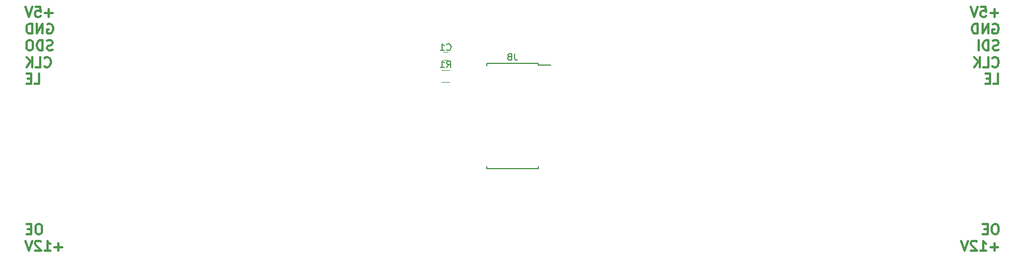
<source format=gbo>
G04 #@! TF.FileFunction,Legend,Bot*
%FSLAX46Y46*%
G04 Gerber Fmt 4.6, Leading zero omitted, Abs format (unit mm)*
G04 Created by KiCad (PCBNEW 4.0.7-e2-6376~58~ubuntu17.04.1) date Mon Nov 20 17:12:01 2017*
%MOMM*%
%LPD*%
G01*
G04 APERTURE LIST*
%ADD10C,0.100000*%
%ADD11C,0.300000*%
%ADD12C,0.150000*%
%ADD13C,0.120000*%
G04 APERTURE END LIST*
D10*
D11*
X70142856Y-75107143D02*
X68999999Y-75107143D01*
X69571428Y-75678571D02*
X69571428Y-74535714D01*
X67499999Y-75678571D02*
X68357142Y-75678571D01*
X67928570Y-75678571D02*
X67928570Y-74178571D01*
X68071427Y-74392857D01*
X68214285Y-74535714D01*
X68357142Y-74607143D01*
X66928571Y-74321429D02*
X66857142Y-74250000D01*
X66714285Y-74178571D01*
X66357142Y-74178571D01*
X66214285Y-74250000D01*
X66142856Y-74321429D01*
X66071428Y-74464286D01*
X66071428Y-74607143D01*
X66142856Y-74821429D01*
X66999999Y-75678571D01*
X66071428Y-75678571D01*
X65642857Y-74178571D02*
X65142857Y-75678571D01*
X64642857Y-74178571D01*
X66785715Y-71678571D02*
X66500001Y-71678571D01*
X66357143Y-71750000D01*
X66214286Y-71892857D01*
X66142858Y-72178571D01*
X66142858Y-72678571D01*
X66214286Y-72964286D01*
X66357143Y-73107143D01*
X66500001Y-73178571D01*
X66785715Y-73178571D01*
X66928572Y-73107143D01*
X67071429Y-72964286D01*
X67142858Y-72678571D01*
X67142858Y-72178571D01*
X67071429Y-71892857D01*
X66928572Y-71750000D01*
X66785715Y-71678571D01*
X65500000Y-72392857D02*
X65000000Y-72392857D01*
X64785714Y-73178571D02*
X65500000Y-73178571D01*
X65500000Y-71678571D01*
X64785714Y-71678571D01*
X66000000Y-50678571D02*
X66714286Y-50678571D01*
X66714286Y-49178571D01*
X65500000Y-49892857D02*
X65000000Y-49892857D01*
X64785714Y-50678571D02*
X65500000Y-50678571D01*
X65500000Y-49178571D01*
X64785714Y-49178571D01*
X67500000Y-48035714D02*
X67571429Y-48107143D01*
X67785715Y-48178571D01*
X67928572Y-48178571D01*
X68142857Y-48107143D01*
X68285715Y-47964286D01*
X68357143Y-47821429D01*
X68428572Y-47535714D01*
X68428572Y-47321429D01*
X68357143Y-47035714D01*
X68285715Y-46892857D01*
X68142857Y-46750000D01*
X67928572Y-46678571D01*
X67785715Y-46678571D01*
X67571429Y-46750000D01*
X67500000Y-46821429D01*
X66142857Y-48178571D02*
X66857143Y-48178571D01*
X66857143Y-46678571D01*
X65642857Y-48178571D02*
X65642857Y-46678571D01*
X64785714Y-48178571D02*
X65428571Y-47321429D01*
X64785714Y-46678571D02*
X65642857Y-47535714D01*
X68714286Y-45607143D02*
X68500000Y-45678571D01*
X68142857Y-45678571D01*
X68000000Y-45607143D01*
X67928571Y-45535714D01*
X67857143Y-45392857D01*
X67857143Y-45250000D01*
X67928571Y-45107143D01*
X68000000Y-45035714D01*
X68142857Y-44964286D01*
X68428571Y-44892857D01*
X68571429Y-44821429D01*
X68642857Y-44750000D01*
X68714286Y-44607143D01*
X68714286Y-44464286D01*
X68642857Y-44321429D01*
X68571429Y-44250000D01*
X68428571Y-44178571D01*
X68071429Y-44178571D01*
X67857143Y-44250000D01*
X67214286Y-45678571D02*
X67214286Y-44178571D01*
X66857143Y-44178571D01*
X66642858Y-44250000D01*
X66500000Y-44392857D01*
X66428572Y-44535714D01*
X66357143Y-44821429D01*
X66357143Y-45035714D01*
X66428572Y-45321429D01*
X66500000Y-45464286D01*
X66642858Y-45607143D01*
X66857143Y-45678571D01*
X67214286Y-45678571D01*
X65428572Y-44178571D02*
X65142858Y-44178571D01*
X65000000Y-44250000D01*
X64857143Y-44392857D01*
X64785715Y-44678571D01*
X64785715Y-45178571D01*
X64857143Y-45464286D01*
X65000000Y-45607143D01*
X65142858Y-45678571D01*
X65428572Y-45678571D01*
X65571429Y-45607143D01*
X65714286Y-45464286D01*
X65785715Y-45178571D01*
X65785715Y-44678571D01*
X65714286Y-44392857D01*
X65571429Y-44250000D01*
X65428572Y-44178571D01*
X67928572Y-41750000D02*
X68071429Y-41678571D01*
X68285715Y-41678571D01*
X68500000Y-41750000D01*
X68642858Y-41892857D01*
X68714286Y-42035714D01*
X68785715Y-42321429D01*
X68785715Y-42535714D01*
X68714286Y-42821429D01*
X68642858Y-42964286D01*
X68500000Y-43107143D01*
X68285715Y-43178571D01*
X68142858Y-43178571D01*
X67928572Y-43107143D01*
X67857143Y-43035714D01*
X67857143Y-42535714D01*
X68142858Y-42535714D01*
X67214286Y-43178571D02*
X67214286Y-41678571D01*
X66357143Y-43178571D01*
X66357143Y-41678571D01*
X65642857Y-43178571D02*
X65642857Y-41678571D01*
X65285714Y-41678571D01*
X65071429Y-41750000D01*
X64928571Y-41892857D01*
X64857143Y-42035714D01*
X64785714Y-42321429D01*
X64785714Y-42535714D01*
X64857143Y-42821429D01*
X64928571Y-42964286D01*
X65071429Y-43107143D01*
X65285714Y-43178571D01*
X65642857Y-43178571D01*
X68714285Y-40107143D02*
X67571428Y-40107143D01*
X68142857Y-40678571D02*
X68142857Y-39535714D01*
X66142856Y-39178571D02*
X66857142Y-39178571D01*
X66928571Y-39892857D01*
X66857142Y-39821429D01*
X66714285Y-39750000D01*
X66357142Y-39750000D01*
X66214285Y-39821429D01*
X66142856Y-39892857D01*
X66071428Y-40035714D01*
X66071428Y-40392857D01*
X66142856Y-40535714D01*
X66214285Y-40607143D01*
X66357142Y-40678571D01*
X66714285Y-40678571D01*
X66857142Y-40607143D01*
X66928571Y-40535714D01*
X65642857Y-39178571D02*
X65142857Y-40678571D01*
X64642857Y-39178571D01*
X210142857Y-75107143D02*
X209000000Y-75107143D01*
X209571429Y-75678571D02*
X209571429Y-74535714D01*
X207500000Y-75678571D02*
X208357143Y-75678571D01*
X207928571Y-75678571D02*
X207928571Y-74178571D01*
X208071428Y-74392857D01*
X208214286Y-74535714D01*
X208357143Y-74607143D01*
X206928572Y-74321429D02*
X206857143Y-74250000D01*
X206714286Y-74178571D01*
X206357143Y-74178571D01*
X206214286Y-74250000D01*
X206142857Y-74321429D01*
X206071429Y-74464286D01*
X206071429Y-74607143D01*
X206142857Y-74821429D01*
X207000000Y-75678571D01*
X206071429Y-75678571D01*
X205642858Y-74178571D02*
X205142858Y-75678571D01*
X204642858Y-74178571D01*
X209857143Y-71678571D02*
X209571429Y-71678571D01*
X209428571Y-71750000D01*
X209285714Y-71892857D01*
X209214286Y-72178571D01*
X209214286Y-72678571D01*
X209285714Y-72964286D01*
X209428571Y-73107143D01*
X209571429Y-73178571D01*
X209857143Y-73178571D01*
X210000000Y-73107143D01*
X210142857Y-72964286D01*
X210214286Y-72678571D01*
X210214286Y-72178571D01*
X210142857Y-71892857D01*
X210000000Y-71750000D01*
X209857143Y-71678571D01*
X208571428Y-72392857D02*
X208071428Y-72392857D01*
X207857142Y-73178571D02*
X208571428Y-73178571D01*
X208571428Y-71678571D01*
X207857142Y-71678571D01*
X209428571Y-50678571D02*
X210142857Y-50678571D01*
X210142857Y-49178571D01*
X208928571Y-49892857D02*
X208428571Y-49892857D01*
X208214285Y-50678571D02*
X208928571Y-50678571D01*
X208928571Y-49178571D01*
X208214285Y-49178571D01*
X209285714Y-48035714D02*
X209357143Y-48107143D01*
X209571429Y-48178571D01*
X209714286Y-48178571D01*
X209928571Y-48107143D01*
X210071429Y-47964286D01*
X210142857Y-47821429D01*
X210214286Y-47535714D01*
X210214286Y-47321429D01*
X210142857Y-47035714D01*
X210071429Y-46892857D01*
X209928571Y-46750000D01*
X209714286Y-46678571D01*
X209571429Y-46678571D01*
X209357143Y-46750000D01*
X209285714Y-46821429D01*
X207928571Y-48178571D02*
X208642857Y-48178571D01*
X208642857Y-46678571D01*
X207428571Y-48178571D02*
X207428571Y-46678571D01*
X206571428Y-48178571D02*
X207214285Y-47321429D01*
X206571428Y-46678571D02*
X207428571Y-47535714D01*
X210214286Y-45607143D02*
X210000000Y-45678571D01*
X209642857Y-45678571D01*
X209500000Y-45607143D01*
X209428571Y-45535714D01*
X209357143Y-45392857D01*
X209357143Y-45250000D01*
X209428571Y-45107143D01*
X209500000Y-45035714D01*
X209642857Y-44964286D01*
X209928571Y-44892857D01*
X210071429Y-44821429D01*
X210142857Y-44750000D01*
X210214286Y-44607143D01*
X210214286Y-44464286D01*
X210142857Y-44321429D01*
X210071429Y-44250000D01*
X209928571Y-44178571D01*
X209571429Y-44178571D01*
X209357143Y-44250000D01*
X208714286Y-45678571D02*
X208714286Y-44178571D01*
X208357143Y-44178571D01*
X208142858Y-44250000D01*
X208000000Y-44392857D01*
X207928572Y-44535714D01*
X207857143Y-44821429D01*
X207857143Y-45035714D01*
X207928572Y-45321429D01*
X208000000Y-45464286D01*
X208142858Y-45607143D01*
X208357143Y-45678571D01*
X208714286Y-45678571D01*
X207214286Y-45678571D02*
X207214286Y-44178571D01*
X209357143Y-41750000D02*
X209500000Y-41678571D01*
X209714286Y-41678571D01*
X209928571Y-41750000D01*
X210071429Y-41892857D01*
X210142857Y-42035714D01*
X210214286Y-42321429D01*
X210214286Y-42535714D01*
X210142857Y-42821429D01*
X210071429Y-42964286D01*
X209928571Y-43107143D01*
X209714286Y-43178571D01*
X209571429Y-43178571D01*
X209357143Y-43107143D01*
X209285714Y-43035714D01*
X209285714Y-42535714D01*
X209571429Y-42535714D01*
X208642857Y-43178571D02*
X208642857Y-41678571D01*
X207785714Y-43178571D01*
X207785714Y-41678571D01*
X207071428Y-43178571D02*
X207071428Y-41678571D01*
X206714285Y-41678571D01*
X206500000Y-41750000D01*
X206357142Y-41892857D01*
X206285714Y-42035714D01*
X206214285Y-42321429D01*
X206214285Y-42535714D01*
X206285714Y-42821429D01*
X206357142Y-42964286D01*
X206500000Y-43107143D01*
X206714285Y-43178571D01*
X207071428Y-43178571D01*
X210142857Y-40107143D02*
X209000000Y-40107143D01*
X209571429Y-40678571D02*
X209571429Y-39535714D01*
X207571428Y-39178571D02*
X208285714Y-39178571D01*
X208357143Y-39892857D01*
X208285714Y-39821429D01*
X208142857Y-39750000D01*
X207785714Y-39750000D01*
X207642857Y-39821429D01*
X207571428Y-39892857D01*
X207500000Y-40035714D01*
X207500000Y-40392857D01*
X207571428Y-40535714D01*
X207642857Y-40607143D01*
X207785714Y-40678571D01*
X208142857Y-40678571D01*
X208285714Y-40607143D01*
X208357143Y-40535714D01*
X207071429Y-39178571D02*
X206571429Y-40678571D01*
X206071429Y-39178571D01*
D12*
X141375000Y-47625000D02*
X141375000Y-47900000D01*
X133625000Y-47625000D02*
X133625000Y-47990000D01*
X133625000Y-63375000D02*
X133625000Y-63010000D01*
X141375000Y-63375000D02*
X141375000Y-63010000D01*
X141375000Y-47625000D02*
X133625000Y-47625000D01*
X141375000Y-63375000D02*
X133625000Y-63375000D01*
X141375000Y-47900000D02*
X143200000Y-47900000D01*
D13*
X126900000Y-50380000D02*
X128100000Y-50380000D01*
X128100000Y-48620000D02*
X126900000Y-48620000D01*
X127850000Y-45900000D02*
X127150000Y-45900000D01*
X127150000Y-47100000D02*
X127850000Y-47100000D01*
D12*
X137833333Y-46152381D02*
X137833333Y-46866667D01*
X137880953Y-47009524D01*
X137976191Y-47104762D01*
X138119048Y-47152381D01*
X138214286Y-47152381D01*
X137214286Y-46580952D02*
X137309524Y-46533333D01*
X137357143Y-46485714D01*
X137404762Y-46390476D01*
X137404762Y-46342857D01*
X137357143Y-46247619D01*
X137309524Y-46200000D01*
X137214286Y-46152381D01*
X137023809Y-46152381D01*
X136928571Y-46200000D01*
X136880952Y-46247619D01*
X136833333Y-46342857D01*
X136833333Y-46390476D01*
X136880952Y-46485714D01*
X136928571Y-46533333D01*
X137023809Y-46580952D01*
X137214286Y-46580952D01*
X137309524Y-46628571D01*
X137357143Y-46676190D01*
X137404762Y-46771429D01*
X137404762Y-46961905D01*
X137357143Y-47057143D01*
X137309524Y-47104762D01*
X137214286Y-47152381D01*
X137023809Y-47152381D01*
X136928571Y-47104762D01*
X136880952Y-47057143D01*
X136833333Y-46961905D01*
X136833333Y-46771429D01*
X136880952Y-46676190D01*
X136928571Y-46628571D01*
X137023809Y-46580952D01*
X127666666Y-48252381D02*
X128000000Y-47776190D01*
X128238095Y-48252381D02*
X128238095Y-47252381D01*
X127857142Y-47252381D01*
X127761904Y-47300000D01*
X127714285Y-47347619D01*
X127666666Y-47442857D01*
X127666666Y-47585714D01*
X127714285Y-47680952D01*
X127761904Y-47728571D01*
X127857142Y-47776190D01*
X128238095Y-47776190D01*
X126714285Y-48252381D02*
X127285714Y-48252381D01*
X127000000Y-48252381D02*
X127000000Y-47252381D01*
X127095238Y-47395238D01*
X127190476Y-47490476D01*
X127285714Y-47538095D01*
X127666666Y-45607143D02*
X127714285Y-45654762D01*
X127857142Y-45702381D01*
X127952380Y-45702381D01*
X128095238Y-45654762D01*
X128190476Y-45559524D01*
X128238095Y-45464286D01*
X128285714Y-45273810D01*
X128285714Y-45130952D01*
X128238095Y-44940476D01*
X128190476Y-44845238D01*
X128095238Y-44750000D01*
X127952380Y-44702381D01*
X127857142Y-44702381D01*
X127714285Y-44750000D01*
X127666666Y-44797619D01*
X126714285Y-45702381D02*
X127285714Y-45702381D01*
X127000000Y-45702381D02*
X127000000Y-44702381D01*
X127095238Y-44845238D01*
X127190476Y-44940476D01*
X127285714Y-44988095D01*
M02*

</source>
